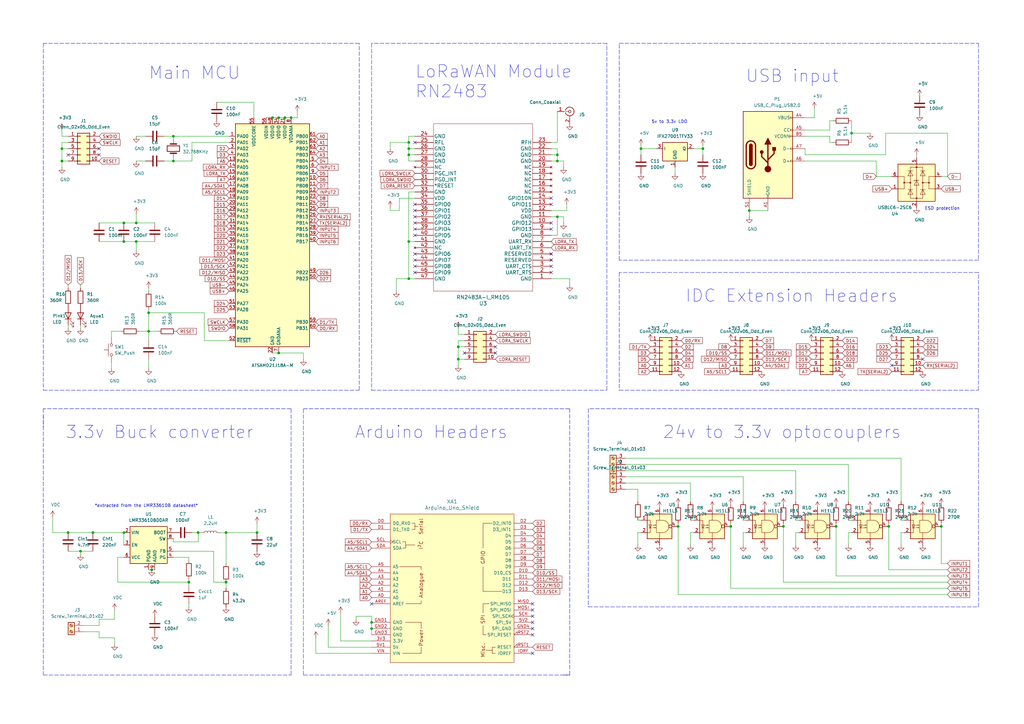
<source format=kicad_sch>
(kicad_sch (version 20210126) (generator eeschema)
  (paper "A3")
  (title_block (title "Logger Zero") (date "2021-02-17") (rev "1.0") (company "Workshop11") (comment 1 "Author: Dylan Missuwe"))
  (junction (at 25.4 60.96) (diameter 0.9144))
  (junction (at 25.4 66.04) (diameter 0.9144))
  (junction (at 27.94 218.44) (diameter 0.9144))
  (junction (at 33.02 226.06) (diameter 0.9144))
  (junction (at 38.1 218.44) (diameter 0.9144))
  (junction (at 50.8 91.44) (diameter 0.9144))
  (junction (at 50.8 99.06) (diameter 0.9144))
  (junction (at 50.8 218.44) (diameter 0.9144))
  (junction (at 55.88 91.44) (diameter 0.9144))
  (junction (at 55.88 99.06) (diameter 0.9144))
  (junction (at 60.96 128.27) (diameter 0.9144))
  (junction (at 60.96 135.89) (diameter 0.9144))
  (junction (at 62.23 233.68) (diameter 0.9144))
  (junction (at 71.12 55.88) (diameter 0.9144))
  (junction (at 71.12 66.04) (diameter 0.9144))
  (junction (at 77.47 238.76) (diameter 0.9144))
  (junction (at 81.28 218.44) (diameter 0.9144))
  (junction (at 92.71 218.44) (diameter 0.9144))
  (junction (at 92.71 238.76) (diameter 0.9144))
  (junction (at 105.41 218.44) (diameter 0.9144))
  (junction (at 111.76 48.26) (diameter 0.9144))
  (junction (at 114.3 48.26) (diameter 0.9144))
  (junction (at 114.3 144.78) (diameter 0.9144))
  (junction (at 116.84 48.26) (diameter 0.9144))
  (junction (at 119.38 48.26) (diameter 0.9144))
  (junction (at 152.4 255.27) (diameter 0.9144))
  (junction (at 152.4 257.81) (diameter 0.9144))
  (junction (at 167.64 58.42) (diameter 0.9144))
  (junction (at 167.64 60.96) (diameter 0.9144))
  (junction (at 167.64 63.5) (diameter 0.9144))
  (junction (at 167.64 99.06) (diameter 0.9144))
  (junction (at 167.64 114.3) (diameter 0.9144))
  (junction (at 187.96 142.24) (diameter 0.9144))
  (junction (at 187.96 147.32) (diameter 0.9144))
  (junction (at 228.6 63.5) (diameter 0.9144))
  (junction (at 228.6 66.04) (diameter 0.9144))
  (junction (at 228.6 88.9) (diameter 0.9144))
  (junction (at 262.89 60.96) (diameter 0.9144))
  (junction (at 278.13 215.9) (diameter 0.9144))
  (junction (at 288.29 60.96) (diameter 0.9144))
  (junction (at 299.72 215.9) (diameter 0.9144))
  (junction (at 307.34 86.36) (diameter 0.9144))
  (junction (at 321.31 215.9) (diameter 0.9144))
  (junction (at 342.9 215.9) (diameter 0.9144))
  (junction (at 349.25 54.61) (diameter 0.9144))
  (junction (at 364.49 215.9) (diameter 0.9144))
  (junction (at 386.08 215.9) (diameter 0.9144))
  (no_connect (at 27.94 63.5))
  (no_connect (at 40.64 60.96))
  (no_connect (at 40.64 63.5))
  (no_connect (at 152.4 247.65))
  (no_connect (at 170.18 58.42))
  (no_connect (at 170.18 83.82))
  (no_connect (at 170.18 86.36))
  (no_connect (at 170.18 88.9))
  (no_connect (at 170.18 91.44))
  (no_connect (at 170.18 93.98))
  (no_connect (at 170.18 96.52))
  (no_connect (at 170.18 104.14))
  (no_connect (at 170.18 106.68))
  (no_connect (at 170.18 109.22))
  (no_connect (at 170.18 111.76))
  (no_connect (at 190.5 144.78))
  (no_connect (at 203.2 142.24))
  (no_connect (at 203.2 144.78))
  (no_connect (at 218.44 247.65))
  (no_connect (at 218.44 250.19))
  (no_connect (at 218.44 252.73))
  (no_connect (at 218.44 255.27))
  (no_connect (at 218.44 257.81))
  (no_connect (at 218.44 260.35))
  (no_connect (at 218.44 267.97))
  (no_connect (at 226.06 81.28))
  (no_connect (at 226.06 83.82))
  (no_connect (at 226.06 91.44))
  (no_connect (at 226.06 93.98))
  (no_connect (at 226.06 104.14))
  (no_connect (at 226.06 106.68))
  (no_connect (at 226.06 109.22))
  (no_connect (at 226.06 111.76))
  (no_connect (at 365.76 149.86))
  (no_connect (at 378.46 147.32))
  (wire (pts (xy 21.59 212.09) (xy 21.59 218.44)))
  (wire (pts (xy 21.59 218.44) (xy 27.94 218.44)))
  (wire (pts (xy 25.4 53.34) (xy 25.4 55.88)))
  (wire (pts (xy 25.4 55.88) (xy 27.94 55.88)))
  (wire (pts (xy 25.4 58.42) (xy 27.94 58.42)))
  (wire (pts (xy 25.4 60.96) (xy 25.4 58.42)))
  (wire (pts (xy 25.4 60.96) (xy 27.94 60.96)))
  (wire (pts (xy 25.4 66.04) (xy 25.4 60.96)))
  (wire (pts (xy 25.4 66.04) (xy 27.94 66.04)))
  (wire (pts (xy 25.4 68.58) (xy 25.4 66.04)))
  (wire (pts (xy 27.94 116.84) (xy 27.94 118.11)))
  (wire (pts (xy 27.94 133.35) (xy 27.94 134.62)))
  (wire (pts (xy 27.94 218.44) (xy 38.1 218.44)))
  (wire (pts (xy 27.94 226.06) (xy 33.02 226.06)))
  (wire (pts (xy 33.02 116.84) (xy 33.02 118.11)))
  (wire (pts (xy 33.02 133.35) (xy 33.02 134.62)))
  (wire (pts (xy 33.02 226.06) (xy 33.02 227.33)))
  (wire (pts (xy 33.02 226.06) (xy 38.1 226.06)))
  (wire (pts (xy 34.29 256.54) (xy 40.64 256.54)))
  (wire (pts (xy 38.1 218.44) (xy 50.8 218.44)))
  (wire (pts (xy 40.64 91.44) (xy 50.8 91.44)))
  (wire (pts (xy 40.64 99.06) (xy 50.8 99.06)))
  (wire (pts (xy 40.64 254) (xy 46.99 254)))
  (wire (pts (xy 40.64 256.54) (xy 40.64 254)))
  (wire (pts (xy 40.64 259.08) (xy 34.29 259.08)))
  (wire (pts (xy 40.64 261.62) (xy 40.64 259.08)))
  (wire (pts (xy 45.72 135.89) (xy 45.72 138.43)))
  (wire (pts (xy 45.72 148.59) (xy 45.72 151.13)))
  (wire (pts (xy 46.99 250.19) (xy 46.99 254)))
  (wire (pts (xy 46.99 261.62) (xy 40.64 261.62)))
  (wire (pts (xy 46.99 261.62) (xy 46.99 264.16)))
  (wire (pts (xy 48.26 228.6) (xy 50.8 228.6)))
  (wire (pts (xy 48.26 238.76) (xy 48.26 228.6)))
  (wire (pts (xy 49.53 135.89) (xy 45.72 135.89)))
  (wire (pts (xy 50.8 91.44) (xy 55.88 91.44)))
  (wire (pts (xy 50.8 99.06) (xy 55.88 99.06)))
  (wire (pts (xy 50.8 218.44) (xy 50.8 223.52)))
  (wire (pts (xy 55.88 55.88) (xy 59.69 55.88)))
  (wire (pts (xy 55.88 66.04) (xy 59.69 66.04)))
  (wire (pts (xy 55.88 87.63) (xy 55.88 91.44)))
  (wire (pts (xy 55.88 91.44) (xy 63.5 91.44)))
  (wire (pts (xy 55.88 99.06) (xy 55.88 102.87)))
  (wire (pts (xy 55.88 99.06) (xy 63.5 99.06)))
  (wire (pts (xy 57.15 135.89) (xy 60.96 135.89)))
  (wire (pts (xy 60.96 118.11) (xy 60.96 119.38)))
  (wire (pts (xy 60.96 127) (xy 60.96 128.27)))
  (wire (pts (xy 60.96 128.27) (xy 60.96 135.89)))
  (wire (pts (xy 60.96 128.27) (xy 83.82 128.27)))
  (wire (pts (xy 60.96 135.89) (xy 60.96 139.7)))
  (wire (pts (xy 60.96 135.89) (xy 64.77 135.89)))
  (wire (pts (xy 60.96 147.32) (xy 60.96 151.13)))
  (wire (pts (xy 60.96 233.68) (xy 62.23 233.68)))
  (wire (pts (xy 62.23 233.68) (xy 63.5 233.68)))
  (wire (pts (xy 67.31 55.88) (xy 71.12 55.88)))
  (wire (pts (xy 67.31 66.04) (xy 71.12 66.04)))
  (wire (pts (xy 71.12 55.88) (xy 71.12 57.15)))
  (wire (pts (xy 71.12 55.88) (xy 93.98 55.88)))
  (wire (pts (xy 71.12 66.04) (xy 71.12 64.77)))
  (wire (pts (xy 71.12 220.98) (xy 71.12 222.25)))
  (wire (pts (xy 71.12 222.25) (xy 81.28 222.25)))
  (wire (pts (xy 77.47 228.6) (xy 71.12 228.6)))
  (wire (pts (xy 77.47 229.87) (xy 77.47 228.6)))
  (wire (pts (xy 77.47 237.49) (xy 77.47 238.76)))
  (wire (pts (xy 77.47 238.76) (xy 48.26 238.76)))
  (wire (pts (xy 77.47 238.76) (xy 77.47 240.03)))
  (wire (pts (xy 77.47 247.65) (xy 77.47 248.92)))
  (wire (pts (xy 78.74 58.42) (xy 78.74 66.04)))
  (wire (pts (xy 78.74 58.42) (xy 93.98 58.42)))
  (wire (pts (xy 78.74 66.04) (xy 71.12 66.04)))
  (wire (pts (xy 78.74 218.44) (xy 81.28 218.44)))
  (wire (pts (xy 81.28 218.44) (xy 82.55 218.44)))
  (wire (pts (xy 81.28 222.25) (xy 81.28 218.44)))
  (wire (pts (xy 83.82 128.27) (xy 83.82 139.7)))
  (wire (pts (xy 87.63 226.06) (xy 71.12 226.06)))
  (wire (pts (xy 87.63 238.76) (xy 87.63 226.06)))
  (wire (pts (xy 87.63 238.76) (xy 92.71 238.76)))
  (wire (pts (xy 88.9 41.91) (xy 104.14 41.91)))
  (wire (pts (xy 90.17 218.44) (xy 92.71 218.44)))
  (wire (pts (xy 92.71 218.44) (xy 92.71 231.14)))
  (wire (pts (xy 92.71 218.44) (xy 105.41 218.44)))
  (wire (pts (xy 92.71 238.76) (xy 92.71 241.3)))
  (wire (pts (xy 93.98 139.7) (xy 83.82 139.7)))
  (wire (pts (xy 104.14 41.91) (xy 104.14 48.26)))
  (wire (pts (xy 105.41 214.63) (xy 105.41 218.44)))
  (wire (pts (xy 109.22 48.26) (xy 111.76 48.26)))
  (wire (pts (xy 111.76 48.26) (xy 114.3 48.26)))
  (wire (pts (xy 111.76 144.78) (xy 114.3 144.78)))
  (wire (pts (xy 114.3 48.26) (xy 116.84 48.26)))
  (wire (pts (xy 114.3 144.78) (xy 124.46 144.78)))
  (wire (pts (xy 116.84 48.26) (xy 119.38 48.26)))
  (wire (pts (xy 121.92 45.72) (xy 121.92 48.26)))
  (wire (pts (xy 121.92 48.26) (xy 119.38 48.26)))
  (wire (pts (xy 124.46 144.78) (xy 124.46 147.32)))
  (wire (pts (xy 129.54 267.97) (xy 129.54 261.62)))
  (wire (pts (xy 134.62 265.43) (xy 134.62 256.54)))
  (wire (pts (xy 139.7 262.89) (xy 139.7 251.46)))
  (wire (pts (xy 146.05 252.73) (xy 146.05 254)))
  (wire (pts (xy 146.05 252.73) (xy 152.4 252.73)))
  (wire (pts (xy 152.4 255.27) (xy 152.4 252.73)))
  (wire (pts (xy 152.4 255.27) (xy 152.4 257.81)))
  (wire (pts (xy 152.4 257.81) (xy 152.4 260.35)))
  (wire (pts (xy 152.4 262.89) (xy 139.7 262.89)))
  (wire (pts (xy 152.4 265.43) (xy 134.62 265.43)))
  (wire (pts (xy 152.4 267.97) (xy 129.54 267.97)))
  (wire (pts (xy 160.02 58.42) (xy 160.02 60.96)))
  (wire (pts (xy 160.02 85.09) (xy 160.02 86.36)))
  (wire (pts (xy 160.02 86.36) (xy 163.83 86.36)))
  (wire (pts (xy 162.56 114.3) (xy 162.56 119.38)))
  (wire (pts (xy 163.83 81.28) (xy 170.18 81.28)))
  (wire (pts (xy 163.83 86.36) (xy 163.83 81.28)))
  (wire (pts (xy 167.64 55.88) (xy 167.64 58.42)))
  (wire (pts (xy 167.64 58.42) (xy 160.02 58.42)))
  (wire (pts (xy 167.64 58.42) (xy 167.64 60.96)))
  (wire (pts (xy 167.64 60.96) (xy 167.64 63.5)))
  (wire (pts (xy 167.64 60.96) (xy 170.18 60.96)))
  (wire (pts (xy 167.64 63.5) (xy 167.64 66.04)))
  (wire (pts (xy 167.64 63.5) (xy 170.18 63.5)))
  (wire (pts (xy 167.64 66.04) (xy 170.18 66.04)))
  (wire (pts (xy 167.64 78.74) (xy 167.64 99.06)))
  (wire (pts (xy 167.64 99.06) (xy 167.64 114.3)))
  (wire (pts (xy 167.64 99.06) (xy 170.18 99.06)))
  (wire (pts (xy 167.64 114.3) (xy 162.56 114.3)))
  (wire (pts (xy 170.18 55.88) (xy 167.64 55.88)))
  (wire (pts (xy 170.18 78.74) (xy 167.64 78.74)))
  (wire (pts (xy 170.18 114.3) (xy 167.64 114.3)))
  (wire (pts (xy 187.96 134.62) (xy 187.96 137.16)))
  (wire (pts (xy 187.96 137.16) (xy 190.5 137.16)))
  (wire (pts (xy 187.96 139.7) (xy 190.5 139.7)))
  (wire (pts (xy 187.96 142.24) (xy 187.96 139.7)))
  (wire (pts (xy 187.96 142.24) (xy 190.5 142.24)))
  (wire (pts (xy 187.96 147.32) (xy 187.96 142.24)))
  (wire (pts (xy 187.96 147.32) (xy 190.5 147.32)))
  (wire (pts (xy 187.96 149.86) (xy 187.96 147.32)))
  (wire (pts (xy 226.06 60.96) (xy 228.6 60.96)))
  (wire (pts (xy 226.06 63.5) (xy 228.6 63.5)))
  (wire (pts (xy 226.06 66.04) (xy 228.6 66.04)))
  (wire (pts (xy 226.06 86.36) (xy 232.41 86.36)))
  (wire (pts (xy 226.06 88.9) (xy 228.6 88.9)))
  (wire (pts (xy 226.06 96.52) (xy 228.6 96.52)))
  (wire (pts (xy 226.06 114.3) (xy 233.68 114.3)))
  (wire (pts (xy 228.6 45.72) (xy 228.6 58.42)))
  (wire (pts (xy 228.6 58.42) (xy 226.06 58.42)))
  (wire (pts (xy 228.6 60.96) (xy 228.6 63.5)))
  (wire (pts (xy 228.6 63.5) (xy 228.6 66.04)))
  (wire (pts (xy 228.6 66.04) (xy 231.14 66.04)))
  (wire (pts (xy 228.6 88.9) (xy 231.14 88.9)))
  (wire (pts (xy 228.6 96.52) (xy 228.6 88.9)))
  (wire (pts (xy 231.14 66.04) (xy 231.14 68.58)))
  (wire (pts (xy 231.14 88.9) (xy 231.14 91.44)))
  (wire (pts (xy 232.41 83.82) (xy 232.41 86.36)))
  (wire (pts (xy 233.68 114.3) (xy 233.68 116.84)))
  (wire (pts (xy 256.54 187.96) (xy 369.57 187.96)))
  (wire (pts (xy 256.54 190.5) (xy 347.98 190.5)))
  (wire (pts (xy 256.54 193.04) (xy 326.39 193.04)))
  (wire (pts (xy 256.54 195.58) (xy 304.8 195.58)))
  (wire (pts (xy 256.54 198.12) (xy 283.21 198.12)))
  (wire (pts (xy 256.54 200.66) (xy 261.62 200.66)))
  (wire (pts (xy 261.62 200.66) (xy 261.62 205.74)))
  (wire (pts (xy 261.62 213.36) (xy 262.89 213.36)))
  (wire (pts (xy 261.62 218.44) (xy 262.89 218.44)))
  (wire (pts (xy 261.62 223.52) (xy 261.62 218.44)))
  (wire (pts (xy 262.89 60.96) (xy 262.89 59.69)))
  (wire (pts (xy 262.89 60.96) (xy 262.89 63.5)))
  (wire (pts (xy 269.24 60.96) (xy 262.89 60.96)))
  (wire (pts (xy 276.86 68.58) (xy 276.86 71.12)))
  (wire (pts (xy 278.13 214.63) (xy 278.13 215.9)))
  (wire (pts (xy 278.13 215.9) (xy 278.13 243.84)))
  (wire (pts (xy 283.21 198.12) (xy 283.21 205.74)))
  (wire (pts (xy 283.21 213.36) (xy 284.48 213.36)))
  (wire (pts (xy 283.21 218.44) (xy 284.48 218.44)))
  (wire (pts (xy 283.21 223.52) (xy 283.21 218.44)))
  (wire (pts (xy 288.29 59.69) (xy 288.29 60.96)))
  (wire (pts (xy 288.29 60.96) (xy 284.48 60.96)))
  (wire (pts (xy 288.29 60.96) (xy 288.29 63.5)))
  (wire (pts (xy 299.72 214.63) (xy 299.72 215.9)))
  (wire (pts (xy 299.72 215.9) (xy 299.72 241.3)))
  (wire (pts (xy 304.8 195.58) (xy 304.8 205.74)))
  (wire (pts (xy 304.8 213.36) (xy 306.07 213.36)))
  (wire (pts (xy 304.8 218.44) (xy 306.07 218.44)))
  (wire (pts (xy 304.8 223.52) (xy 304.8 218.44)))
  (wire (pts (xy 307.34 86.36) (xy 307.34 88.9)))
  (wire (pts (xy 307.34 86.36) (xy 314.96 86.36)))
  (wire (pts (xy 321.31 214.63) (xy 321.31 215.9)))
  (wire (pts (xy 321.31 215.9) (xy 321.31 238.76)))
  (wire (pts (xy 326.39 193.04) (xy 326.39 205.74)))
  (wire (pts (xy 326.39 213.36) (xy 327.66 213.36)))
  (wire (pts (xy 326.39 218.44) (xy 327.66 218.44)))
  (wire (pts (xy 326.39 223.52) (xy 326.39 218.44)))
  (wire (pts (xy 330.2 48.26) (xy 334.01 48.26)))
  (wire (pts (xy 330.2 53.34) (xy 340.36 53.34)))
  (wire (pts (xy 330.2 55.88) (xy 340.36 55.88)))
  (wire (pts (xy 330.2 60.96) (xy 330.2 63.5)))
  (wire (pts (xy 330.2 63.5) (xy 363.22 63.5)))
  (wire (pts (xy 330.2 66.04) (xy 359.41 66.04)))
  (wire (pts (xy 334.01 44.45) (xy 334.01 48.26)))
  (wire (pts (xy 340.36 49.53) (xy 341.63 49.53)))
  (wire (pts (xy 340.36 53.34) (xy 340.36 49.53)))
  (wire (pts (xy 340.36 55.88) (xy 340.36 58.42)))
  (wire (pts (xy 340.36 58.42) (xy 341.63 58.42)))
  (wire (pts (xy 342.9 214.63) (xy 342.9 215.9)))
  (wire (pts (xy 342.9 215.9) (xy 342.9 236.22)))
  (wire (pts (xy 347.98 190.5) (xy 347.98 205.74)))
  (wire (pts (xy 347.98 213.36) (xy 349.25 213.36)))
  (wire (pts (xy 347.98 218.44) (xy 349.25 218.44)))
  (wire (pts (xy 347.98 223.52) (xy 347.98 218.44)))
  (wire (pts (xy 349.25 49.53) (xy 349.25 54.61)))
  (wire (pts (xy 349.25 54.61) (xy 349.25 58.42)))
  (wire (pts (xy 349.25 54.61) (xy 356.87 54.61)))
  (wire (pts (xy 359.41 72.39) (xy 359.41 66.04)))
  (wire (pts (xy 363.22 54.61) (xy 363.22 63.5)))
  (wire (pts (xy 364.49 214.63) (xy 364.49 215.9)))
  (wire (pts (xy 364.49 215.9) (xy 364.49 233.68)))
  (wire (pts (xy 365.76 72.39) (xy 359.41 72.39)))
  (wire (pts (xy 369.57 187.96) (xy 369.57 205.74)))
  (wire (pts (xy 369.57 213.36) (xy 370.84 213.36)))
  (wire (pts (xy 369.57 218.44) (xy 370.84 218.44)))
  (wire (pts (xy 369.57 223.52) (xy 369.57 218.44)))
  (wire (pts (xy 375.92 63.5) (xy 375.92 64.77)))
  (wire (pts (xy 386.08 214.63) (xy 386.08 215.9)))
  (wire (pts (xy 386.08 215.9) (xy 386.08 231.14)))
  (wire (pts (xy 386.08 231.14) (xy 388.62 231.14)))
  (wire (pts (xy 388.62 54.61) (xy 363.22 54.61)))
  (wire (pts (xy 388.62 72.39) (xy 386.08 72.39)))
  (wire (pts (xy 388.62 72.39) (xy 388.62 54.61)))
  (wire (pts (xy 388.62 233.68) (xy 364.49 233.68)))
  (wire (pts (xy 388.62 236.22) (xy 342.9 236.22)))
  (wire (pts (xy 388.62 238.76) (xy 321.31 238.76)))
  (wire (pts (xy 388.62 241.3) (xy 299.72 241.3)))
  (wire (pts (xy 388.62 243.84) (xy 278.13 243.84)))
  (polyline (pts (xy 17.78 17.78) (xy 17.78 160.02)) (stroke (width 0) (type dash)))
  (polyline (pts (xy 17.78 160.02) (xy 147.32 160.02)) (stroke (width 0) (type dash)))
  (polyline (pts (xy 17.78 167.64) (xy 17.78 175.26)) (stroke (width 0) (type dash)))
  (polyline (pts (xy 17.78 170.18) (xy 17.78 276.86)) (stroke (width 0) (type dash)))
  (polyline (pts (xy 17.78 276.86) (xy 119.38 276.86)) (stroke (width 0) (type dash)))
  (polyline (pts (xy 119.38 167.64) (xy 17.78 167.64)) (stroke (width 0) (type dash)))
  (polyline (pts (xy 119.38 276.86) (xy 119.38 167.64)) (stroke (width 0) (type dash)))
  (polyline (pts (xy 124.46 167.64) (xy 233.68 167.64)) (stroke (width 0) (type dash)))
  (polyline (pts (xy 124.46 276.86) (xy 124.46 167.64)) (stroke (width 0) (type dash)))
  (polyline (pts (xy 147.32 17.78) (xy 17.78 17.78)) (stroke (width 0) (type dash)))
  (polyline (pts (xy 147.32 160.02) (xy 147.32 17.78)) (stroke (width 0) (type dash)))
  (polyline (pts (xy 152.4 17.78) (xy 152.4 160.02)) (stroke (width 0) (type dash)))
  (polyline (pts (xy 152.4 160.02) (xy 248.92 160.02)) (stroke (width 0) (type dash)))
  (polyline (pts (xy 231.14 276.86) (xy 233.68 276.86)) (stroke (width 0) (type dash)))
  (polyline (pts (xy 233.68 167.64) (xy 233.68 276.86)) (stroke (width 0) (type dash)))
  (polyline (pts (xy 233.68 276.86) (xy 124.46 276.86)) (stroke (width 0) (type dash)))
  (polyline (pts (xy 241.3 167.64) (xy 241.3 172.72)) (stroke (width 0) (type dash)))
  (polyline (pts (xy 241.3 172.72) (xy 241.3 177.8)) (stroke (width 0) (type dash)))
  (polyline (pts (xy 241.3 177.8) (xy 241.3 248.92)) (stroke (width 0) (type dash)))
  (polyline (pts (xy 241.3 248.92) (xy 401.32 248.92)) (stroke (width 0) (type dash)))
  (polyline (pts (xy 248.92 17.78) (xy 152.4 17.78)) (stroke (width 0) (type dash)))
  (polyline (pts (xy 248.92 160.02) (xy 248.92 17.78)) (stroke (width 0) (type dash)))
  (polyline (pts (xy 254 17.78) (xy 401.32 17.78)) (stroke (width 0) (type dash)))
  (polyline (pts (xy 254 106.68) (xy 254 17.78)) (stroke (width 0) (type dash)))
  (polyline (pts (xy 254 111.76) (xy 254 160.02)) (stroke (width 0) (type dash)))
  (polyline (pts (xy 254 160.02) (xy 401.32 160.02)) (stroke (width 0) (type dash)))
  (polyline (pts (xy 401.32 17.78) (xy 401.32 106.68)) (stroke (width 0) (type dash)))
  (polyline (pts (xy 401.32 106.68) (xy 254 106.68)) (stroke (width 0) (type dash)))
  (polyline (pts (xy 401.32 111.76) (xy 254 111.76)) (stroke (width 0) (type dash)))
  (polyline (pts (xy 401.32 160.02) (xy 401.32 111.76)) (stroke (width 0) (type dash)))
  (polyline (pts (xy 401.32 167.64) (xy 241.3 167.64)) (stroke (width 0) (type dash)))
  (polyline (pts (xy 401.32 167.64) (xy 401.32 172.72)) (stroke (width 0) (type dash)))
  (polyline (pts (xy 401.32 248.92) (xy 401.32 172.72)) (stroke (width 0) (type dash)))
  (text "Main MCU" (at 60.96 33.02 0) (effects (font (size 5.08 5.08)) (justify left bottom)))
  (text "*extracted from the LMR33610B datasheet*" (at 81.28 208.28 180) (effects (font (size 1.27 1.27)) (justify right bottom)))
  (text "3.3v Buck converter" (at 104.14 180.34 180) (effects (font (size 5.08 5.08)) (justify right bottom)))
  (text "LoRaWAN Module\nRN2483" (at 170.18 40.64 0) (effects (font (size 5.08 5.08)) (justify left bottom)))
  (text "Arduino Headers" (at 208.28 180.34 180) (effects (font (size 5.08 5.08)) (justify right bottom)))
  (text "24v to 3.3v optocouplers" (at 271.78 180.34 0) (effects (font (size 5.08 5.08)) (justify left bottom)))
  (text "5v to 3.3v LDO" (at 281.94 50.8 180) (effects (font (size 1.27 1.27)) (justify right bottom)))
  (text "USB input" (at 344.17 34.29 180) (effects (font (size 5.08 5.08)) (justify right bottom)))
  (text "IDC Extension Headers" (at 368.3 124.46 180) (effects (font (size 5.08 5.08)) (justify right bottom)))
  (text "ESD protection" (at 393.7 86.36 180) (effects (font (size 1.27 1.27)) (justify right bottom)))
  (global_label "D12{slash}MISO" (shape input) (at 27.94 116.84 90) (property "Intersheet References" "${INTERSHEET_REFS}" (effects hide)))
  (global_label "D13{slash}SCK" (shape input) (at 33.02 116.84 90) (property "Intersheet References" "${INTERSHEET_REFS}" (effects hide)))
  (global_label "SWDIO" (shape input) (at 40.64 55.88 0) (property "Intersheet References" "${INTERSHEET_REFS}" (effects hide)))
  (global_label "SWCLK" (shape input) (at 40.64 58.42 0) (property "Intersheet References" "${INTERSHEET_REFS}" (effects hide)))
  (global_label "RESET" (shape input) (at 40.64 66.04 0) (property "Intersheet References" "${INTERSHEET_REFS}" (effects hide)))
  (global_label "RESET" (shape input) (at 72.39 135.89 0) (property "Intersheet References" "${INTERSHEET_REFS}" (effects hide)))
  (global_label "D2" (shape input) (at 93.98 60.96 180) (property "Intersheet References" "${INTERSHEET_REFS}" (effects hide)))
  (global_label "D3" (shape input) (at 93.98 63.5 180) (property "Intersheet References" "${INTERSHEET_REFS}" (effects hide)))
  (global_label "A6" (shape input) (at 93.98 66.04 180) (property "Intersheet References" "${INTERSHEET_REFS}" (effects hide)))
  (global_label "LORA_RX" (shape input) (at 93.98 68.58 180) (property "Intersheet References" "${INTERSHEET_REFS}" (effects hide)))
  (global_label "LORA_TX" (shape input) (at 93.98 71.12 180) (property "Intersheet References" "${INTERSHEET_REFS}" (effects hide)))
  (global_label "A7" (shape input) (at 93.98 73.66 180) (property "Intersheet References" "${INTERSHEET_REFS}" (effects hide)))
  (global_label "A4{slash}SDA1" (shape input) (at 93.98 76.2 180) (property "Intersheet References" "${INTERSHEET_REFS}" (effects hide)))
  (global_label "A5{slash}SCL1" (shape input) (at 93.98 78.74 180) (property "Intersheet References" "${INTERSHEET_REFS}" (effects hide)))
  (global_label "D14" (shape input) (at 93.98 81.28 180) (property "Intersheet References" "${INTERSHEET_REFS}" (effects hide)))
  (global_label "D15" (shape input) (at 93.98 83.82 180) (property "Intersheet References" "${INTERSHEET_REFS}" (effects hide)))
  (global_label "D16" (shape input) (at 93.98 86.36 180) (property "Intersheet References" "${INTERSHEET_REFS}" (effects hide)))
  (global_label "D17" (shape input) (at 93.98 88.9 180) (property "Intersheet References" "${INTERSHEET_REFS}" (effects hide)))
  (global_label "D18" (shape input) (at 93.98 91.44 180) (property "Intersheet References" "${INTERSHEET_REFS}" (effects hide)))
  (global_label "D19" (shape input) (at 93.98 93.98 180) (property "Intersheet References" "${INTERSHEET_REFS}" (effects hide)))
  (global_label "D20" (shape input) (at 93.98 96.52 180) (property "Intersheet References" "${INTERSHEET_REFS}" (effects hide)))
  (global_label "D21" (shape input) (at 93.98 99.06 180) (property "Intersheet References" "${INTERSHEET_REFS}" (effects hide)))
  (global_label "D22" (shape input) (at 93.98 101.6 180) (property "Intersheet References" "${INTERSHEET_REFS}" (effects hide)))
  (global_label "D23" (shape input) (at 93.98 104.14 180) (property "Intersheet References" "${INTERSHEET_REFS}" (effects hide)))
  (global_label "D11{slash}MOSI" (shape input) (at 93.98 106.68 180) (property "Intersheet References" "${INTERSHEET_REFS}" (effects hide)))
  (global_label "D13{slash}SCK" (shape input) (at 93.98 109.22 180) (property "Intersheet References" "${INTERSHEET_REFS}" (effects hide)))
  (global_label "D12{slash}MISO" (shape input) (at 93.98 111.76 180) (property "Intersheet References" "${INTERSHEET_REFS}" (effects hide)))
  (global_label "D10{slash}SS" (shape input) (at 93.98 114.3 180) (property "Intersheet References" "${INTERSHEET_REFS}" (effects hide)))
  (global_label "USB-" (shape input) (at 93.98 116.84 180) (property "Intersheet References" "${INTERSHEET_REFS}" (effects hide)))
  (global_label "USB+" (shape input) (at 93.98 119.38 180) (property "Intersheet References" "${INTERSHEET_REFS}" (effects hide)))
  (global_label "D24" (shape input) (at 93.98 124.46 180) (property "Intersheet References" "${INTERSHEET_REFS}" (effects hide)))
  (global_label "D25" (shape input) (at 93.98 127 180) (property "Intersheet References" "${INTERSHEET_REFS}" (effects hide)))
  (global_label "SWCLK" (shape input) (at 93.98 132.08 180) (property "Intersheet References" "${INTERSHEET_REFS}" (effects hide)))
  (global_label "SWDIO" (shape input) (at 93.98 134.62 180) (property "Intersheet References" "${INTERSHEET_REFS}" (effects hide)))
  (global_label "A0" (shape input) (at 129.54 55.88 0) (property "Intersheet References" "${INTERSHEET_REFS}" (effects hide)))
  (global_label "A1" (shape input) (at 129.54 58.42 0) (property "Intersheet References" "${INTERSHEET_REFS}" (effects hide)))
  (global_label "A2" (shape input) (at 129.54 60.96 0) (property "Intersheet References" "${INTERSHEET_REFS}" (effects hide)))
  (global_label "A3" (shape input) (at 129.54 63.5 0) (property "Intersheet References" "${INTERSHEET_REFS}" (effects hide)))
  (global_label "D4" (shape input) (at 129.54 66.04 0) (property "Intersheet References" "${INTERSHEET_REFS}" (effects hide)))
  (global_label "INPUT1" (shape input) (at 129.54 68.58 0) (property "Intersheet References" "${INTERSHEET_REFS}" (effects hide)))
  (global_label "D5" (shape input) (at 129.54 71.12 0) (property "Intersheet References" "${INTERSHEET_REFS}" (effects hide)))
  (global_label "D6" (shape input) (at 129.54 73.66 0) (property "Intersheet References" "${INTERSHEET_REFS}" (effects hide)))
  (global_label "D7" (shape input) (at 129.54 76.2 0) (property "Intersheet References" "${INTERSHEET_REFS}" (effects hide)))
  (global_label "INPUT2" (shape input) (at 129.54 78.74 0) (property "Intersheet References" "${INTERSHEET_REFS}" (effects hide)))
  (global_label "D8" (shape input) (at 129.54 81.28 0) (property "Intersheet References" "${INTERSHEET_REFS}" (effects hide)))
  (global_label "D9" (shape input) (at 129.54 83.82 0) (property "Intersheet References" "${INTERSHEET_REFS}" (effects hide)))
  (global_label "INPUT3" (shape input) (at 129.54 86.36 0) (property "Intersheet References" "${INTERSHEET_REFS}" (effects hide)))
  (global_label "RX(SERIAL2)" (shape input) (at 129.54 88.9 0) (property "Intersheet References" "${INTERSHEET_REFS}" (effects hide)))
  (global_label "TX(SERIAL2)" (shape input) (at 129.54 91.44 0) (property "Intersheet References" "${INTERSHEET_REFS}" (effects hide)))
  (global_label "INPUT4" (shape input) (at 129.54 93.98 0) (property "Intersheet References" "${INTERSHEET_REFS}" (effects hide)))
  (global_label "INPUT5" (shape input) (at 129.54 96.52 0) (property "Intersheet References" "${INTERSHEET_REFS}" (effects hide)))
  (global_label "INPUT6" (shape input) (at 129.54 99.06 0) (property "Intersheet References" "${INTERSHEET_REFS}" (effects hide)))
  (global_label "D26" (shape input) (at 129.54 111.76 0) (property "Intersheet References" "${INTERSHEET_REFS}" (effects hide)))
  (global_label "D27" (shape input) (at 129.54 114.3 0) (property "Intersheet References" "${INTERSHEET_REFS}" (effects hide)))
  (global_label "D1{slash}TX" (shape input) (at 129.54 132.08 0) (property "Intersheet References" "${INTERSHEET_REFS}" (effects hide)))
  (global_label "D0{slash}RX" (shape input) (at 129.54 134.62 0) (property "Intersheet References" "${INTERSHEET_REFS}" (effects hide)))
  (global_label "D0{slash}RX" (shape input) (at 152.4 214.63 180) (property "Intersheet References" "${INTERSHEET_REFS}" (effects hide)))
  (global_label "D1{slash}TX" (shape input) (at 152.4 217.17 180) (property "Intersheet References" "${INTERSHEET_REFS}" (effects hide)))
  (global_label "A5{slash}SCL1" (shape input) (at 152.4 222.25 180) (property "Intersheet References" "${INTERSHEET_REFS}" (effects hide)))
  (global_label "A4{slash}SDA1" (shape input) (at 152.4 224.79 180) (property "Intersheet References" "${INTERSHEET_REFS}" (effects hide)))
  (global_label "A5{slash}SCL1" (shape input) (at 152.4 232.41 180) (property "Intersheet References" "${INTERSHEET_REFS}" (effects hide)))
  (global_label "A4{slash}SDA1" (shape input) (at 152.4 234.95 180) (property "Intersheet References" "${INTERSHEET_REFS}" (effects hide)))
  (global_label "A3" (shape input) (at 152.4 237.49 180) (property "Intersheet References" "${INTERSHEET_REFS}" (effects hide)))
  (global_label "A2" (shape input) (at 152.4 240.03 180) (property "Intersheet References" "${INTERSHEET_REFS}" (effects hide)))
  (global_label "A1" (shape input) (at 152.4 242.57 180) (property "Intersheet References" "${INTERSHEET_REFS}" (effects hide)))
  (global_label "A0" (shape input) (at 152.4 245.11 180) (property "Intersheet References" "${INTERSHEET_REFS}" (effects hide)))
  (global_label "LORA_SWCLK" (shape input) (at 170.18 71.12 180) (property "Intersheet References" "${INTERSHEET_REFS}" (effects hide)))
  (global_label "LORA_SWDIO" (shape input) (at 170.18 73.66 180) (property "Intersheet References" "${INTERSHEET_REFS}" (effects hide)))
  (global_label "LORA_RESET" (shape input) (at 170.18 76.2 180) (property "Intersheet References" "${INTERSHEET_REFS}" (effects hide)))
  (global_label "LORA_SWDIO" (shape input) (at 203.2 137.16 0) (property "Intersheet References" "${INTERSHEET_REFS}" (effects hide)))
  (global_label "LORA_SWCLK" (shape input) (at 203.2 139.7 0) (property "Intersheet References" "${INTERSHEET_REFS}" (effects hide)))
  (global_label "LORA_RESET" (shape input) (at 203.2 147.32 0) (property "Intersheet References" "${INTERSHEET_REFS}" (effects hide)))
  (global_label "D2" (shape input) (at 218.44 214.63 0) (property "Intersheet References" "${INTERSHEET_REFS}" (effects hide)))
  (global_label "D3" (shape input) (at 218.44 217.17 0) (property "Intersheet References" "${INTERSHEET_REFS}" (effects hide)))
  (global_label "D4" (shape input) (at 218.44 219.71 0) (property "Intersheet References" "${INTERSHEET_REFS}" (effects hide)))
  (global_label "D5" (shape input) (at 218.44 222.25 0) (property "Intersheet References" "${INTERSHEET_REFS}" (effects hide)))
  (global_label "D6" (shape input) (at 218.44 224.79 0) (property "Intersheet References" "${INTERSHEET_REFS}" (effects hide)))
  (global_label "D7" (shape input) (at 218.44 227.33 0) (property "Intersheet References" "${INTERSHEET_REFS}" (effects hide)))
  (global_label "D8" (shape input) (at 218.44 229.87 0) (property "Intersheet References" "${INTERSHEET_REFS}" (effects hide)))
  (global_label "D9" (shape input) (at 218.44 232.41 0) (property "Intersheet References" "${INTERSHEET_REFS}" (effects hide)))
  (global_label "D10{slash}SS" (shape input) (at 218.44 234.95 0) (property "Intersheet References" "${INTERSHEET_REFS}" (effects hide)))
  (global_label "D11{slash}MOSI" (shape input) (at 218.44 237.49 0) (property "Intersheet References" "${INTERSHEET_REFS}" (effects hide)))
  (global_label "D12{slash}MISO" (shape input) (at 218.44 240.03 0) (property "Intersheet References" "${INTERSHEET_REFS}" (effects hide)))
  (global_label "D13{slash}SCK" (shape input) (at 218.44 242.57 0) (property "Intersheet References" "${INTERSHEET_REFS}" (effects hide)))
  (global_label "RESET" (shape input) (at 218.44 265.43 0) (property "Intersheet References" "${INTERSHEET_REFS}" (effects hide)))
  (global_label "LORA_TX" (shape input) (at 226.06 99.06 0) (property "Intersheet References" "${INTERSHEET_REFS}" (effects hide)))
  (global_label "LORA_RX" (shape input) (at 226.06 101.6 0) (property "Intersheet References" "${INTERSHEET_REFS}" (effects hide)))
  (global_label "D1{slash}TX" (shape input) (at 266.7 142.24 180) (property "Intersheet References" "${INTERSHEET_REFS}" (effects hide)))
  (global_label "D3" (shape input) (at 266.7 144.78 180) (property "Intersheet References" "${INTERSHEET_REFS}" (effects hide)))
  (global_label "D5" (shape input) (at 266.7 147.32 180) (property "Intersheet References" "${INTERSHEET_REFS}" (effects hide)))
  (global_label "A0" (shape input) (at 266.7 149.86 180) (property "Intersheet References" "${INTERSHEET_REFS}" (effects hide)))
  (global_label "A2" (shape input) (at 266.7 152.4 180) (property "Intersheet References" "${INTERSHEET_REFS}" (effects hide)))
  (global_label "D0{slash}RX" (shape input) (at 279.4 139.7 0) (property "Intersheet References" "${INTERSHEET_REFS}" (effects hide)))
  (global_label "D2" (shape input) (at 279.4 142.24 0) (property "Intersheet References" "${INTERSHEET_REFS}" (effects hide)))
  (global_label "D4" (shape input) (at 279.4 144.78 0) (property "Intersheet References" "${INTERSHEET_REFS}" (effects hide)))
  (global_label "D6" (shape input) (at 279.4 147.32 0) (property "Intersheet References" "${INTERSHEET_REFS}" (effects hide)))
  (global_label "A1" (shape input) (at 279.4 149.86 0) (property "Intersheet References" "${INTERSHEET_REFS}" (effects hide)))
  (global_label "D8" (shape input) (at 299.72 142.24 180) (property "Intersheet References" "${INTERSHEET_REFS}" (effects hide)))
  (global_label "D10{slash}SS" (shape input) (at 299.72 144.78 180) (property "Intersheet References" "${INTERSHEET_REFS}" (effects hide)))
  (global_label "D12{slash}MISO" (shape input) (at 299.72 147.32 180) (property "Intersheet References" "${INTERSHEET_REFS}" (effects hide)))
  (global_label "A3" (shape input) (at 299.72 149.86 180) (property "Intersheet References" "${INTERSHEET_REFS}" (effects hide)))
  (global_label "A5{slash}SCL1" (shape input) (at 299.72 152.4 180) (property "Intersheet References" "${INTERSHEET_REFS}" (effects hide)))
  (global_label "D7" (shape input) (at 312.42 139.7 0) (property "Intersheet References" "${INTERSHEET_REFS}" (effects hide)))
  (global_label "D9" (shape input) (at 312.42 142.24 0) (property "Intersheet References" "${INTERSHEET_REFS}" (effects hide)))
  (global_label "D11{slash}MOSI" (shape input) (at 312.42 144.78 0) (property "Intersheet References" "${INTERSHEET_REFS}" (effects hide)))
  (global_label "D13{slash}SCK" (shape input) (at 312.42 147.32 0) (property "Intersheet References" "${INTERSHEET_REFS}" (effects hide)))
  (global_label "A4{slash}SDA1" (shape input) (at 312.42 149.86 0) (property "Intersheet References" "${INTERSHEET_REFS}" (effects hide)))
  (global_label "D15" (shape input) (at 332.74 142.24 180) (property "Intersheet References" "${INTERSHEET_REFS}" (effects hide)))
  (global_label "D17" (shape input) (at 332.74 144.78 180) (property "Intersheet References" "${INTERSHEET_REFS}" (effects hide)))
  (global_label "D19" (shape input) (at 332.74 147.32 180) (property "Intersheet References" "${INTERSHEET_REFS}" (effects hide)))
  (global_label "D21" (shape input) (at 332.74 149.86 180) (property "Intersheet References" "${INTERSHEET_REFS}" (effects hide)))
  (global_label "A7" (shape input) (at 332.74 152.4 180) (property "Intersheet References" "${INTERSHEET_REFS}" (effects hide)))
  (global_label "D14" (shape input) (at 345.44 139.7 0) (property "Intersheet References" "${INTERSHEET_REFS}" (effects hide)))
  (global_label "D16" (shape input) (at 345.44 142.24 0) (property "Intersheet References" "${INTERSHEET_REFS}" (effects hide)))
  (global_label "D18" (shape input) (at 345.44 144.78 0) (property "Intersheet References" "${INTERSHEET_REFS}" (effects hide)))
  (global_label "D20" (shape input) (at 345.44 147.32 0) (property "Intersheet References" "${INTERSHEET_REFS}" (effects hide)))
  (global_label "A6" (shape input) (at 345.44 149.86 0) (property "Intersheet References" "${INTERSHEET_REFS}" (effects hide)))
  (global_label "D+" (shape input) (at 359.41 72.39 180) (property "Intersheet References" "${INTERSHEET_REFS}" (effects hide)))
  (global_label "USB+" (shape input) (at 365.76 77.47 180) (property "Intersheet References" "${INTERSHEET_REFS}" (effects hide)))
  (global_label "D23" (shape input) (at 365.76 142.24 180) (property "Intersheet References" "${INTERSHEET_REFS}" (effects hide)))
  (global_label "D25" (shape input) (at 365.76 144.78 180) (property "Intersheet References" "${INTERSHEET_REFS}" (effects hide)))
  (global_label "D27" (shape input) (at 365.76 147.32 180) (property "Intersheet References" "${INTERSHEET_REFS}" (effects hide)))
  (global_label "TX(SERIAL2)" (shape input) (at 365.76 152.4 180) (property "Intersheet References" "${INTERSHEET_REFS}" (effects hide)))
  (global_label "D22" (shape input) (at 378.46 139.7 0) (property "Intersheet References" "${INTERSHEET_REFS}" (effects hide)))
  (global_label "D24" (shape input) (at 378.46 142.24 0) (property "Intersheet References" "${INTERSHEET_REFS}" (effects hide)))
  (global_label "D26" (shape input) (at 378.46 144.78 0) (property "Intersheet References" "${INTERSHEET_REFS}" (effects hide)))
  (global_label "RX(SERIAL2)" (shape input) (at 378.46 149.86 0) (property "Intersheet References" "${INTERSHEET_REFS}" (effects hide)))
  (global_label "USB-" (shape input) (at 386.08 77.47 0) (property "Intersheet References" "${INTERSHEET_REFS}" (effects hide)))
  (global_label "D-" (shape input) (at 388.62 72.39 0) (property "Intersheet References" "${INTERSHEET_REFS}" (effects hide)))
  (global_label "INPUT1" (shape input) (at 388.62 231.14 0) (property "Intersheet References" "${INTERSHEET_REFS}" (effects hide)))
  (global_label "INPUT2" (shape input) (at 388.62 233.68 0) (property "Intersheet References" "${INTERSHEET_REFS}" (effects hide)))
  (global_label "INPUT3" (shape input) (at 388.62 236.22 0) (property "Intersheet References" "${INTERSHEET_REFS}" (effects hide)))
  (global_label "INPUT4" (shape input) (at 388.62 238.76 0) (property "Intersheet References" "${INTERSHEET_REFS}" (effects hide)))
  (global_label "INPUT5" (shape input) (at 388.62 241.3 0) (property "Intersheet References" "${INTERSHEET_REFS}" (effects hide)))
  (global_label "INPUT6" (shape input) (at 388.62 243.84 0) (property "Intersheet References" "${INTERSHEET_REFS}" (effects hide)))
  (symbol (lib_id "power:VDC") (at 21.59 212.09 0) (unit 1)
    (property "Reference" "#PWR0160" (effects hide))
    (property "Value" "VDC" (at 22.86 207.01 0))
  )
  (symbol (lib_id "power:+3V3") (at 25.4 53.34 0) (unit 1)
    (property "Reference" "#PWR0120" (effects hide))
    (property "Value" "+3V3" (at 26.67 48.26 0))
  )
  (symbol (lib_id "power:VDC") (at 46.99 250.19 0) (unit 1)
    (property "Reference" "#PWR0163" (effects hide))
    (property "Value" "VDC" (at 48.26 245.11 0))
  )
  (symbol (lib_id "power:+3V3") (at 55.88 87.63 0) (unit 1)
    (property "Reference" "#PWR0130" (effects hide))
    (property "Value" "+3V3" (at 57.15 82.55 0))
  )
  (symbol (lib_id "power:+3V3") (at 60.96 118.11 0) (unit 1)
    (property "Reference" "#PWR02" (effects hide))
    (property "Value" "+3V3" (at 62.23 113.03 0))
  )
  (symbol (lib_id "power:VDC") (at 63.5 252.73 0) (unit 1)
    (property "Reference" "#PWR0173" (effects hide))
    (property "Value" "VDC" (at 64.77 247.65 0))
  )
  (symbol (lib_id "power:+3V3") (at 105.41 214.63 0) (unit 1)
    (property "Reference" "#PWR0118" (effects hide))
    (property "Value" "+3V3" (at 106.68 209.55 0))
  )
  (symbol (lib_id "power:+3V3") (at 121.92 45.72 0) (unit 1)
    (property "Reference" "#PWR0101" (effects hide))
    (property "Value" "+3V3" (at 123.19 40.64 0))
  )
  (symbol (lib_id "power:VDC") (at 129.54 261.62 0) (unit 1)
    (property "Reference" "#PWR0161" (effects hide))
    (property "Value" "VDC" (at 130.81 256.54 0))
  )
  (symbol (lib_id "power:+5V") (at 134.62 256.54 0) (unit 1)
    (property "Reference" "#PWR0157" (effects hide))
    (property "Value" "+5V" (at 135.89 251.46 0))
  )
  (symbol (lib_id "power:+3V3") (at 139.7 251.46 0) (unit 1)
    (property "Reference" "#PWR0158" (effects hide))
    (property "Value" "+3V3" (at 140.97 246.38 0))
  )
  (symbol (lib_id "power:+3V3") (at 160.02 85.09 0) (unit 1)
    (property "Reference" "#PWR0103" (effects hide))
    (property "Value" "+3V3" (at 161.29 80.01 0))
  )
  (symbol (lib_id "power:+3V3") (at 187.96 134.62 0) (unit 1)
    (property "Reference" "#PWR0109" (effects hide))
    (property "Value" "+3V3" (at 189.23 129.54 0))
  )
  (symbol (lib_id "power:+3V3") (at 232.41 83.82 0) (unit 1)
    (property "Reference" "#PWR0115" (effects hide))
    (property "Value" "+3V3" (at 233.68 78.74 0))
  )
  (symbol (lib_id "power:+5V") (at 262.89 59.69 0) (unit 1)
    (property "Reference" "#PWR0152" (effects hide))
    (property "Value" "+5V" (at 264.16 54.61 0))
  )
  (symbol (lib_id "power:+3V3") (at 266.7 139.7 0) (unit 1)
    (property "Reference" "#PWR0172" (effects hide))
    (property "Value" "+3V3" (at 267.97 134.62 0))
  )
  (symbol (lib_id "power:+3V3") (at 270.51 208.28 0) (unit 1)
    (property "Reference" "#PWR0139" (effects hide))
    (property "Value" "+3V3" (at 271.78 203.2 0))
  )
  (symbol (lib_id "power:+3V3") (at 278.13 207.01 0) (unit 1)
    (property "Reference" "#PWR0179" (effects hide))
    (property "Value" "+3V3" (at 279.4 201.93 0))
  )
  (symbol (lib_id "power:+3V3") (at 288.29 59.69 0) (unit 1)
    (property "Reference" "#PWR0153" (effects hide))
    (property "Value" "+3V3" (at 289.56 54.61 0))
  )
  (symbol (lib_id "power:+3V3") (at 292.1 208.28 0) (unit 1)
    (property "Reference" "#PWR0133" (effects hide))
    (property "Value" "+3V3" (at 293.37 203.2 0))
  )
  (symbol (lib_id "power:+3V3") (at 299.72 139.7 0) (unit 1)
    (property "Reference" "#PWR0167" (effects hide))
    (property "Value" "+3V3" (at 300.99 134.62 0))
  )
  (symbol (lib_id "power:+3V3") (at 299.72 207.01 0) (unit 1)
    (property "Reference" "#PWR0180" (effects hide))
    (property "Value" "+3V3" (at 300.99 201.93 0))
  )
  (symbol (lib_id "power:+3V3") (at 313.69 208.28 0) (unit 1)
    (property "Reference" "#PWR0135" (effects hide))
    (property "Value" "+3V3" (at 314.96 203.2 0))
  )
  (symbol (lib_id "power:+3V3") (at 321.31 207.01 0) (unit 1)
    (property "Reference" "#PWR0178" (effects hide))
    (property "Value" "+3V3" (at 322.58 201.93 0))
  )
  (symbol (lib_id "power:+3V3") (at 332.74 139.7 0) (unit 1)
    (property "Reference" "#PWR0170" (effects hide))
    (property "Value" "+3V3" (at 334.01 134.62 0))
  )
  (symbol (lib_id "power:+5V") (at 334.01 44.45 0) (unit 1)
    (property "Reference" "#PWR0113" (effects hide))
    (property "Value" "+5V" (at 335.28 39.37 0))
  )
  (symbol (lib_id "power:+3V3") (at 335.28 208.28 0) (unit 1)
    (property "Reference" "#PWR0145" (effects hide))
    (property "Value" "+3V3" (at 336.55 203.2 0))
  )
  (symbol (lib_id "power:+3V3") (at 342.9 207.01 0) (unit 1)
    (property "Reference" "#PWR0176" (effects hide))
    (property "Value" "+3V3" (at 344.17 201.93 0))
  )
  (symbol (lib_id "power:+3V3") (at 356.87 208.28 0) (unit 1)
    (property "Reference" "#PWR0146" (effects hide))
    (property "Value" "+3V3" (at 358.14 203.2 0))
  )
  (symbol (lib_id "power:+3V3") (at 364.49 207.01 0) (unit 1)
    (property "Reference" "#PWR0177" (effects hide))
    (property "Value" "+3V3" (at 365.76 201.93 0))
  )
  (symbol (lib_id "power:+3V3") (at 365.76 139.7 0) (unit 1)
    (property "Reference" "#PWR0166" (effects hide))
    (property "Value" "+3V3" (at 367.03 134.62 0))
  )
  (symbol (lib_id "power:+5V") (at 375.92 63.5 0) (unit 1)
    (property "Reference" "#PWR0108" (effects hide))
    (property "Value" "+5V" (at 377.19 58.42 0))
  )
  (symbol (lib_id "power:+5V") (at 377.19 39.37 0) (unit 1)
    (property "Reference" "#PWR0114" (effects hide))
    (property "Value" "+5V" (at 378.46 34.29 0))
  )
  (symbol (lib_id "power:+3V3") (at 378.46 208.28 0) (unit 1)
    (property "Reference" "#PWR0148" (effects hide))
    (property "Value" "+3V3" (at 379.73 203.2 0))
  )
  (symbol (lib_id "power:+3V3") (at 386.08 207.01 0) (unit 1)
    (property "Reference" "#PWR0175" (effects hide))
    (property "Value" "+3V3" (at 387.35 201.93 0))
  )
  (symbol (lib_id "Device:L") (at 86.36 218.44 90) (unit 1)
    (property "Reference" "L1" (at 86.36 212.09 90))
    (property "Value" "2.2uH" (at 86.36 214.63 90))
    (property "Footprint" "Inductor_SMD:L_Taiyo-Yuden_NR-50xx_HandSoldering" (effects hide))
  )
  (symbol (lib_id "power:GND") (at 25.4 68.58 0) (unit 1)
    (property "Reference" "#PWR0117" (effects hide))
    (property "Value" "GND" (at 26.67 73.66 0))
  )
  (symbol (lib_id "power:GND") (at 27.94 134.62 0) (unit 1)
    (property "Reference" "#PWR0156" (effects hide))
    (property "Value" "GND" (at 29.21 139.7 0))
  )
  (symbol (lib_id "power:GND") (at 33.02 134.62 0) (unit 1)
    (property "Reference" "#PWR0123" (effects hide))
    (property "Value" "GND" (at 34.29 139.7 0))
  )
  (symbol (lib_id "power:GND") (at 33.02 227.33 0) (unit 1)
    (property "Reference" "#PWR0127" (effects hide))
    (property "Value" "GND" (at 34.29 232.41 0))
  )
  (symbol (lib_id "power:GND") (at 45.72 151.13 0) (unit 1)
    (property "Reference" "#PWR01" (effects hide))
    (property "Value" "GND" (at 46.99 156.21 0))
  )
  (symbol (lib_id "power:GND") (at 46.99 264.16 0) (unit 1)
    (property "Reference" "#PWR0164" (effects hide))
    (property "Value" "GND" (at 48.26 269.24 0))
  )
  (symbol (lib_id "power:GND") (at 55.88 55.88 0) (unit 1)
    (property "Reference" "#PWR0129" (effects hide))
    (property "Value" "GND" (at 57.15 60.96 0))
  )
  (symbol (lib_id "power:GND") (at 55.88 66.04 0) (unit 1)
    (property "Reference" "#PWR0121" (effects hide))
    (property "Value" "GND" (at 57.15 71.12 0))
  )
  (symbol (lib_id "power:GND") (at 55.88 102.87 0) (unit 1)
    (property "Reference" "#PWR0128" (effects hide))
    (property "Value" "GND" (at 57.15 107.95 0))
  )
  (symbol (lib_id "power:GND") (at 60.96 151.13 0) (unit 1)
    (property "Reference" "#PWR03" (effects hide))
    (property "Value" "GND" (at 62.23 156.21 0))
  )
  (symbol (lib_id "power:GND") (at 62.23 233.68 0) (unit 1)
    (property "Reference" "#PWR0126" (effects hide))
    (property "Value" "GND" (at 63.5 238.76 0))
  )
  (symbol (lib_id "power:GND") (at 63.5 260.35 0) (unit 1)
    (property "Reference" "#PWR0174" (effects hide))
    (property "Value" "GND" (at 64.77 265.43 0))
  )
  (symbol (lib_id "power:GND") (at 77.47 248.92 0) (unit 1)
    (property "Reference" "#PWR0125" (effects hide))
    (property "Value" "GND" (at 78.74 254 0))
  )
  (symbol (lib_id "power:GND") (at 88.9 49.53 0) (unit 1)
    (property "Reference" "#PWR0159" (effects hide))
    (property "Value" "GND" (at 90.17 54.61 0))
  )
  (symbol (lib_id "power:GND") (at 92.71 248.92 0) (unit 1)
    (property "Reference" "#PWR0124" (effects hide))
    (property "Value" "GND" (at 93.98 254 0))
  )
  (symbol (lib_id "power:GND") (at 105.41 226.06 0) (unit 1)
    (property "Reference" "#PWR0131" (effects hide))
    (property "Value" "GND" (at 106.68 231.14 0))
  )
  (symbol (lib_id "power:GND") (at 124.46 147.32 0) (unit 1)
    (property "Reference" "#PWR0119" (effects hide))
    (property "Value" "GND" (at 125.73 152.4 0))
  )
  (symbol (lib_id "power:GND") (at 146.05 254 0) (unit 1)
    (property "Reference" "#PWR0132" (effects hide))
    (property "Value" "GND" (at 147.32 259.08 0))
  )
  (symbol (lib_id "power:GND") (at 160.02 60.96 0) (unit 1)
    (property "Reference" "#PWR0102" (effects hide))
    (property "Value" "GND" (at 161.29 66.04 0))
  )
  (symbol (lib_id "power:GND") (at 162.56 119.38 0) (unit 1)
    (property "Reference" "#PWR0110" (effects hide))
    (property "Value" "GND" (at 163.83 124.46 0))
  )
  (symbol (lib_id "power:GND") (at 187.96 149.86 0) (unit 1)
    (property "Reference" "#PWR0122" (effects hide))
    (property "Value" "GND" (at 189.23 154.94 0))
  )
  (symbol (lib_id "power:GND") (at 231.14 68.58 0) (unit 1)
    (property "Reference" "#PWR0116" (effects hide))
    (property "Value" "GND" (at 232.41 73.66 0))
  )
  (symbol (lib_id "power:GND") (at 231.14 91.44 0) (unit 1)
    (property "Reference" "#PWR0105" (effects hide))
    (property "Value" "GND" (at 232.41 96.52 0))
  )
  (symbol (lib_id "power:GND") (at 233.68 50.8 0) (unit 1)
    (property "Reference" "#PWR0162" (effects hide))
    (property "Value" "GND" (at 234.95 55.88 0))
  )
  (symbol (lib_id "power:GND") (at 233.68 116.84 0) (unit 1)
    (property "Reference" "#PWR0104" (effects hide))
    (property "Value" "GND" (at 234.95 121.92 0))
  )
  (symbol (lib_id "power:GND") (at 261.62 223.52 0) (unit 1)
    (property "Reference" "#PWR0138" (effects hide))
    (property "Value" "GND" (at 262.89 228.6 0))
  )
  (symbol (lib_id "power:GND") (at 262.89 71.12 0) (unit 1)
    (property "Reference" "#PWR0151" (effects hide))
    (property "Value" "GND" (at 264.16 76.2 0))
  )
  (symbol (lib_id "power:GND") (at 270.51 223.52 0) (unit 1)
    (property "Reference" "#PWR0136" (effects hide))
    (property "Value" "GND" (at 271.78 228.6 0))
  )
  (symbol (lib_id "power:GND") (at 276.86 71.12 0) (unit 1)
    (property "Reference" "#PWR0155" (effects hide))
    (property "Value" "GND" (at 278.13 76.2 0))
  )
  (symbol (lib_id "power:GND") (at 279.4 152.4 0) (unit 1)
    (property "Reference" "#PWR0171" (effects hide))
    (property "Value" "GND" (at 280.67 157.48 0))
  )
  (symbol (lib_id "power:GND") (at 283.21 223.52 0) (unit 1)
    (property "Reference" "#PWR0137" (effects hide))
    (property "Value" "GND" (at 284.48 228.6 0))
  )
  (symbol (lib_id "power:GND") (at 288.29 71.12 0) (unit 1)
    (property "Reference" "#PWR0154" (effects hide))
    (property "Value" "GND" (at 289.56 76.2 0))
  )
  (symbol (lib_id "power:GND") (at 292.1 223.52 0) (unit 1)
    (property "Reference" "#PWR0140" (effects hide))
    (property "Value" "GND" (at 293.37 228.6 0))
  )
  (symbol (lib_id "power:GND") (at 304.8 223.52 0) (unit 1)
    (property "Reference" "#PWR0134" (effects hide))
    (property "Value" "GND" (at 306.07 228.6 0))
  )
  (symbol (lib_id "power:GND") (at 307.34 88.9 0) (unit 1)
    (property "Reference" "#PWR0111" (effects hide))
    (property "Value" "GND" (at 308.61 93.98 0))
  )
  (symbol (lib_id "power:GND") (at 312.42 152.4 0) (unit 1)
    (property "Reference" "#PWR0168" (effects hide))
    (property "Value" "GND" (at 313.69 157.48 0))
  )
  (symbol (lib_id "power:GND") (at 313.69 223.52 0) (unit 1)
    (property "Reference" "#PWR0142" (effects hide))
    (property "Value" "GND" (at 314.96 228.6 0))
  )
  (symbol (lib_id "power:GND") (at 326.39 223.52 0) (unit 1)
    (property "Reference" "#PWR0141" (effects hide))
    (property "Value" "GND" (at 327.66 228.6 0))
  )
  (symbol (lib_id "power:GND") (at 335.28 223.52 0) (unit 1)
    (property "Reference" "#PWR0143" (effects hide))
    (property "Value" "GND" (at 336.55 228.6 0))
  )
  (symbol (lib_id "power:GND") (at 345.44 152.4 0) (unit 1)
    (property "Reference" "#PWR0169" (effects hide))
    (property "Value" "GND" (at 346.71 157.48 0))
  )
  (symbol (lib_id "power:GND") (at 347.98 223.52 0) (unit 1)
    (property "Reference" "#PWR0144" (effects hide))
    (property "Value" "GND" (at 349.25 228.6 0))
  )
  (symbol (lib_id "power:GND") (at 356.87 54.61 0) (unit 1)
    (property "Reference" "#PWR0106" (effects hide))
    (property "Value" "GND" (at 358.14 59.69 0))
  )
  (symbol (lib_id "power:GND") (at 356.87 223.52 0) (unit 1)
    (property "Reference" "#PWR0150" (effects hide))
    (property "Value" "GND" (at 358.14 228.6 0))
  )
  (symbol (lib_id "power:GND") (at 369.57 223.52 0) (unit 1)
    (property "Reference" "#PWR0147" (effects hide))
    (property "Value" "GND" (at 370.84 228.6 0))
  )
  (symbol (lib_id "power:GND") (at 375.92 85.09 0) (unit 1)
    (property "Reference" "#PWR0107" (effects hide))
    (property "Value" "GND" (at 377.19 90.17 0))
  )
  (symbol (lib_id "power:GND") (at 377.19 46.99 0) (unit 1)
    (property "Reference" "#PWR0112" (effects hide))
    (property "Value" "GND" (at 378.46 52.07 0))
  )
  (symbol (lib_id "power:GND") (at 378.46 152.4 0) (unit 1)
    (property "Reference" "#PWR0165" (effects hide))
    (property "Value" "GND" (at 379.73 157.48 0))
  )
  (symbol (lib_id "power:GND") (at 378.46 223.52 0) (unit 1)
    (property "Reference" "#PWR0149" (effects hide))
    (property "Value" "GND" (at 379.73 228.6 0))
  )
  (symbol (lib_id "Device:R") (at 27.94 121.92 0) (unit 1)
    (property "Reference" "R16" (at 22.86 120.65 0) (effects (justify left)))
    (property "Value" "360R" (at 20.32 123.19 0) (effects (justify left)))
    (property "Footprint" "Resistor_SMD:R_0805_2012Metric_Pad1.20x1.40mm_HandSolder" (effects hide))
  )
  (symbol (lib_id "Device:R") (at 33.02 121.92 0) (unit 1)
    (property "Reference" "R1" (at 35.56 120.65 0) (effects (justify left)))
    (property "Value" "360R" (at 35.56 123.19 0) (effects (justify left)))
    (property "Footprint" "Resistor_SMD:R_0805_2012Metric_Pad1.20x1.40mm_HandSolder" (effects hide))
  )
  (symbol (lib_id "Device:R") (at 53.34 135.89 90) (unit 1)
    (property "Reference" "R13" (at 52.07 133.35 0) (effects (justify left)))
    (property "Value" "360R" (at 54.61 133.35 0) (effects (justify left)))
    (property "Footprint" "Resistor_SMD:R_0805_2012Metric_Pad1.20x1.40mm_HandSolder" (effects hide))
  )
  (symbol (lib_id "Device:R") (at 60.96 123.19 0) (unit 1)
    (property "Reference" "R14" (at 63.5 121.92 0) (effects (justify left)))
    (property "Value" "100k" (at 63.5 124.46 0) (effects (justify left)))
    (property "Footprint" "Resistor_SMD:R_0805_2012Metric_Pad1.20x1.40mm_HandSolder" (effects hide))
  )
  (symbol (lib_id "Device:R") (at 68.58 135.89 90) (unit 1)
    (property "Reference" "R15" (at 67.31 133.35 0) (effects (justify left)))
    (property "Value" "360R" (at 69.85 133.35 0) (effects (justify left)))
    (property "Footprint" "Resistor_SMD:R_0805_2012Metric_Pad1.20x1.40mm_HandSolder" (effects hide))
  )
  (symbol (lib_id "Device:R") (at 77.47 233.68 0) (unit 1)
    (property "Reference" "R2" (at 80.01 232.41 0) (effects (justify left)))
    (property "Value" "100k" (at 80.01 234.95 0) (effects (justify left)))
    (property "Footprint" "Resistor_SMD:R_0805_2012Metric_Pad1.20x1.40mm_HandSolder" (effects hide))
  )
  (symbol (lib_id "Device:R") (at 92.71 234.95 0) (unit 1)
    (property "Reference" "R3" (at 95.25 233.68 0) (effects (justify left)))
    (property "Value" "100k" (at 95.25 236.22 0) (effects (justify left)))
    (property "Footprint" "Resistor_SMD:R_0805_2012Metric_Pad1.20x1.40mm_HandSolder" (effects hide))
  )
  (symbol (lib_id "Device:R") (at 92.71 245.11 0) (unit 1)
    (property "Reference" "R4" (at 95.25 243.84 0) (effects (justify left)))
    (property "Value" "43.2k" (at 95.25 246.38 0) (effects (justify left)))
    (property "Footprint" "Resistor_SMD:R_0805_2012Metric_Pad1.20x1.40mm_HandSolder" (effects hide))
  )
  (symbol (lib_id "Device:R") (at 261.62 209.55 0) (unit 1)
    (property "Reference" "R7" (at 264.16 208.28 0) (effects (justify left)))
    (property "Value" "2.2k" (at 264.16 210.82 0) (effects (justify left)))
    (property "Footprint" "Resistor_SMD:R_0805_2012Metric_Pad1.20x1.40mm_HandSolder" (effects hide))
  )
  (symbol (lib_id "Device:R") (at 278.13 210.82 0) (unit 1)
    (property "Reference" "R17" (at 280.67 209.55 0) (effects (justify left)))
    (property "Value" "270R" (at 280.67 212.09 0) (effects (justify left)))
    (property "Footprint" "Resistor_SMD:R_0805_2012Metric_Pad1.20x1.40mm_HandSolder" (effects hide))
  )
  (symbol (lib_id "Device:R") (at 283.21 209.55 0) (unit 1)
    (property "Reference" "R8" (at 285.75 208.28 0) (effects (justify left)))
    (property "Value" "2.2k" (at 285.75 210.82 0) (effects (justify left)))
    (property "Footprint" "Resistor_SMD:R_0805_2012Metric_Pad1.20x1.40mm_HandSolder" (effects hide))
  )
  (symbol (lib_id "Device:R") (at 299.72 210.82 0) (unit 1)
    (property "Reference" "R18" (at 302.26 209.55 0) (effects (justify left)))
    (property "Value" "270R" (at 302.26 212.09 0) (effects (justify left)))
    (property "Footprint" "Resistor_SMD:R_0805_2012Metric_Pad1.20x1.40mm_HandSolder" (effects hide))
  )
  (symbol (lib_id "Device:R") (at 304.8 209.55 0) (unit 1)
    (property "Reference" "R9" (at 307.34 208.28 0) (effects (justify left)))
    (property "Value" "2.2k" (at 307.34 210.82 0) (effects (justify left)))
    (property "Footprint" "Resistor_SMD:R_0805_2012Metric_Pad1.20x1.40mm_HandSolder" (effects hide))
  )
  (symbol (lib_id "Device:R") (at 321.31 210.82 0) (unit 1)
    (property "Reference" "R19" (at 323.85 209.55 0) (effects (justify left)))
    (property "Value" "270R" (at 323.85 212.09 0) (effects (justify left)))
    (property "Footprint" "Resistor_SMD:R_0805_2012Metric_Pad1.20x1.40mm_HandSolder" (effects hide))
  )
  (symbol (lib_id "Device:R") (at 326.39 209.55 0) (unit 1)
    (property "Reference" "R10" (at 328.93 208.28 0) (effects (justify left)))
    (property "Value" "2.2k" (at 328.93 210.82 0) (effects (justify left)))
    (property "Footprint" "Resistor_SMD:R_0805_2012Metric_Pad1.20x1.40mm_HandSolder" (effects hide))
  )
  (symbol (lib_id "Device:R") (at 342.9 210.82 0) (unit 1)
    (property "Reference" "R20" (at 345.44 209.55 0) (effects (justify left)))
    (property "Value" "270R" (at 345.44 212.09 0) (effects (justify left)))
    (property "Footprint" "Resistor_SMD:R_0805_2012Metric_Pad1.20x1.40mm_HandSolder" (effects hide))
  )
  (symbol (lib_id "Device:R") (at 345.44 49.53 90) (unit 1)
    (property "Reference" "R5" (at 344.17 46.99 0) (effects (justify left)))
    (property "Value" "5.1k" (at 346.71 46.99 0) (effects (justify left)))
    (property "Footprint" "Resistor_SMD:R_0805_2012Metric_Pad1.20x1.40mm_HandSolder" (effects hide))
  )
  (symbol (lib_id "Device:R") (at 345.44 58.42 90) (unit 1)
    (property "Reference" "R6" (at 344.17 55.88 0) (effects (justify left)))
    (property "Value" "5.1k" (at 346.71 55.88 0) (effects (justify left)))
    (property "Footprint" "Resistor_SMD:R_0805_2012Metric_Pad1.20x1.40mm_HandSolder" (effects hide))
  )
  (symbol (lib_id "Device:R") (at 347.98 209.55 0) (unit 1)
    (property "Reference" "R11" (at 350.52 208.28 0) (effects (justify left)))
    (property "Value" "2.2k" (at 350.52 210.82 0) (effects (justify left)))
    (property "Footprint" "Resistor_SMD:R_0805_2012Metric_Pad1.20x1.40mm_HandSolder" (effects hide))
  )
  (symbol (lib_id "Device:R") (at 364.49 210.82 0) (unit 1)
    (property "Reference" "R21" (at 367.03 209.55 0) (effects (justify left)))
    (property "Value" "270R" (at 367.03 212.09 0) (effects (justify left)))
    (property "Footprint" "Resistor_SMD:R_0805_2012Metric_Pad1.20x1.40mm_HandSolder" (effects hide))
  )
  (symbol (lib_id "Device:R") (at 369.57 209.55 0) (unit 1)
    (property "Reference" "R12" (at 372.11 208.28 0) (effects (justify left)))
    (property "Value" "2.2k" (at 372.11 210.82 0) (effects (justify left)))
    (property "Footprint" "Resistor_SMD:R_0805_2012Metric_Pad1.20x1.40mm_HandSolder" (effects hide))
  )
  (symbol (lib_id "Device:R") (at 386.08 210.82 0) (unit 1)
    (property "Reference" "R22" (at 388.62 209.55 0) (effects (justify left)))
    (property "Value" "270R" (at 388.62 212.09 0) (effects (justify left)))
    (property "Footprint" "Resistor_SMD:R_0805_2012Metric_Pad1.20x1.40mm_HandSolder" (effects hide))
  )
  (symbol (lib_id "Device:LED") (at 27.94 129.54 90) (unit 1)
    (property "Reference" "Pink1" (at 21.59 129.54 90) (effects (justify right)))
    (property "Value" "LED" (at 21.59 132.08 90) (effects (justify right)))
    (property "Footprint" "LED_SMD:LED_0603_1608Metric_Pad1.05x0.95mm_HandSolder" (effects hide))
  )
  (symbol (lib_id "Device:LED") (at 33.02 129.54 90) (unit 1)
    (property "Reference" "Aqua1" (at 36.83 129.54 90) (effects (justify right)))
    (property "Value" "LED" (at 36.83 132.08 90) (effects (justify right)))
    (property "Footprint" "LED_SMD:LED_0603_1608Metric_Pad1.05x0.95mm_HandSolder" (effects hide))
  )
  (symbol (lib_id "Connector:Screw_Terminal_01x02") (at 29.21 259.08 180) (unit 1)
    (property "Reference" "J3" (at 31.75 250.19 0))
    (property "Value" "Screw_Terminal_01x02" (at 31.75 252.73 0))
    (property "Footprint" "TerminalBlock:TerminalBlock_bornier-2_P5.08mm" (effects hide))
  )
  (symbol (lib_id "Device:C") (at 27.94 222.25 0) (unit 1)
    (property "Reference" "Cin1" (at 31.75 220.98 0) (effects (justify left)))
    (property "Value" "4.7nF" (at 31.75 223.52 0) (effects (justify left)))
    (property "Footprint" "Capacitor_SMD:C_0805_2012Metric_Pad1.18x1.45mm_HandSolder" (effects hide))
  )
  (symbol (lib_id "Device:C") (at 38.1 222.25 0) (unit 1)
    (property "Reference" "Chf1" (at 41.91 220.98 0) (effects (justify left)))
    (property "Value" "220nF" (at 41.91 223.52 0) (effects (justify left)))
    (property "Footprint" "Capacitor_SMD:C_0805_2012Metric_Pad1.18x1.45mm_HandSolder" (effects hide))
  )
  (symbol (lib_id "Device:C") (at 40.64 95.25 0) (unit 1)
    (property "Reference" "C1" (at 44.45 93.98 0) (effects (justify left)))
    (property "Value" "100nF" (at 44.45 96.52 0) (effects (justify left)))
    (property "Footprint" "Capacitor_SMD:C_0805_2012Metric_Pad1.18x1.45mm_HandSolder" (effects hide))
  )
  (symbol (lib_id "Device:C") (at 50.8 95.25 0) (unit 1)
    (property "Reference" "C2" (at 54.61 93.98 0) (effects (justify left)))
    (property "Value" "100nF" (at 54.61 96.52 0) (effects (justify left)))
    (property "Footprint" "Capacitor_SMD:C_0805_2012Metric_Pad1.18x1.45mm_HandSolder" (effects hide))
  )
  (symbol (lib_id "Device:C") (at 60.96 143.51 0) (unit 1)
    (property "Reference" "C14" (at 64.77 142.24 0) (effects (justify left)))
    (property "Value" "100nF" (at 64.77 144.78 0) (effects (justify left)))
    (property "Footprint" "Capacitor_SMD:C_0805_2012Metric_Pad1.18x1.45mm_HandSolder" (effects hide))
  )
  (symbol (lib_id "Device:C") (at 63.5 55.88 90) (unit 1)
    (property "Reference" "C5" (at 63.5 48.26 90))
    (property "Value" "15pF" (at 63.5 50.8 90))
    (property "Footprint" "Capacitor_SMD:C_0805_2012Metric_Pad1.18x1.45mm_HandSolder" (effects hide))
  )
  (symbol (lib_id "Device:C") (at 63.5 66.04 90) (unit 1)
    (property "Reference" "C6" (at 63.5 58.42 90))
    (property "Value" "15pF" (at 63.5 60.96 90))
    (property "Footprint" "Capacitor_SMD:C_0805_2012Metric_Pad1.18x1.45mm_HandSolder" (effects hide))
  )
  (symbol (lib_id "Device:C") (at 63.5 95.25 0) (unit 1)
    (property "Reference" "C4" (at 67.31 93.98 0) (effects (justify left)))
    (property "Value" "100nF" (at 67.31 96.52 0) (effects (justify left)))
    (property "Footprint" "Capacitor_SMD:C_0805_2012Metric_Pad1.18x1.45mm_HandSolder" (effects hide))
  )
  (symbol (lib_id "Device:C") (at 63.5 256.54 0) (unit 1)
    (property "Reference" "C3" (at 67.31 255.27 0) (effects (justify left)))
    (property "Value" "100nF" (at 67.31 257.81 0) (effects (justify left)))
    (property "Footprint" "Capacitor_SMD:C_0805_2012Metric_Pad1.18x1.45mm_HandSolder" (effects hide))
  )
  (symbol (lib_id "Device:C") (at 74.93 218.44 270) (unit 1)
    (property "Reference" "C7" (at 74.93 210.82 90))
    (property "Value" "100nF" (at 74.93 213.36 90))
    (property "Footprint" "Capacitor_SMD:C_0805_2012Metric_Pad1.18x1.45mm_HandSolder" (effects hide))
  )
  (symbol (lib_id "Device:C") (at 77.47 243.84 0) (unit 1)
    (property "Reference" "Cvcc1" (at 81.28 242.57 0) (effects (justify left)))
    (property "Value" "1uF" (at 81.28 245.11 0) (effects (justify left)))
    (property "Footprint" "Capacitor_SMD:C_0805_2012Metric_Pad1.18x1.45mm_HandSolder" (effects hide))
  )
  (symbol (lib_id "Device:C") (at 88.9 45.72 0) (unit 1)
    (property "Reference" "C10" (at 92.71 44.45 0) (effects (justify left)))
    (property "Value" "100nF" (at 92.71 46.99 0) (effects (justify left)))
    (property "Footprint" "Capacitor_SMD:C_0805_2012Metric_Pad1.18x1.45mm_HandSolder" (effects hide))
  )
  (symbol (lib_id "Device:C") (at 105.41 222.25 0) (unit 1)
    (property "Reference" "C8" (at 109.22 220.98 0) (effects (justify left)))
    (property "Value" "22uF" (at 109.22 223.52 0) (effects (justify left)))
    (property "Footprint" "Capacitor_SMD:CP_Elec_8x6.9" (effects hide))
  )
  (symbol (lib_id "Device:C") (at 262.89 67.31 0) (unit 1)
    (property "Reference" "C11" (at 266.7 66.04 0) (effects (justify left)))
    (property "Value" "100nF" (at 266.7 68.58 0) (effects (justify left)))
    (property "Footprint" "Capacitor_SMD:C_0805_2012Metric_Pad1.18x1.45mm_HandSolder" (effects hide))
  )
  (symbol (lib_id "Device:C") (at 288.29 67.31 0) (unit 1)
    (property "Reference" "C12" (at 292.1 66.04 0) (effects (justify left)))
    (property "Value" "100nF" (at 292.1 68.58 0) (effects (justify left)))
    (property "Footprint" "Capacitor_SMD:C_0805_2012Metric_Pad1.18x1.45mm_HandSolder" (effects hide))
  )
  (symbol (lib_id "Device:C") (at 377.19 43.18 0) (unit 1)
    (property "Reference" "C9" (at 381 41.91 0) (effects (justify left)))
    (property "Value" "100nF" (at 381 44.45 0) (effects (justify left)))
    (property "Footprint" "Capacitor_SMD:C_0805_2012Metric_Pad1.18x1.45mm_HandSolder" (effects hide))
  )
  (symbol (lib_id "Switch:SW_Push") (at 45.72 143.51 90) (unit 1)
    (property "Reference" "SW1" (at 46.99 142.24 90) (effects (justify right)))
    (property "Value" "SW_Push" (at 46.99 144.78 90) (effects (justify right)))
    (property "Footprint" "Button_Switch_SMD:SW_SPST_TL3342" (effects hide))
  )
  (symbol (lib_id "Device:Crystal") (at 71.12 60.96 90) (unit 1)
    (property "Reference" "Y1" (at 74.93 59.69 90) (effects (justify right)))
    (property "Value" "32.768KHz" (at 74.93 62.23 90) (effects (justify right)))
    (property "Footprint" "Crystal:Crystal_SMD_3215-2Pin_3.2x1.5mm" (effects hide))
  )
  (symbol (lib_id "Connector:Conn_Coaxial") (at 233.68 45.72 0) (unit 1)
    (property "Reference" "J5" (at 237.49 46.99 0) (effects (justify left)))
    (property "Value" "Conn_Coaxial" (at 217.17 41.91 0) (effects (justify left)))
    (property "Footprint" "Connector_Coaxial:SMA_Amphenol_132289_EdgeMount" (effects hide))
    (property "Datasheet" " ~" (effects hide))
  )
  (symbol (lib_id "Connector:Screw_Terminal_01x03") (at 251.46 190.5 180) (unit 1)
    (property "Reference" "J4" (at 254 181.61 0))
    (property "Value" "Screw_Terminal_01x03" (at 254 184.15 0))
    (property "Footprint" "TerminalBlock:TerminalBlock_bornier-3_P5.08mm" (effects hide))
  )
  (symbol (lib_id "Connector:Screw_Terminal_01x03") (at 251.46 198.12 180) (unit 1)
    (property "Reference" "J6" (at 254 189.23 0))
    (property "Value" "Screw_Terminal_01x03" (at 254 191.77 0))
    (property "Footprint" "TerminalBlock:TerminalBlock_bornier-3_P5.08mm" (effects hide))
  )
  (symbol (lib_id "Regulator_Linear:IFX27001TFV33") (at 276.86 60.96 0) (unit 1)
    (property "Reference" "U9" (at 276.86 53.34 0))
    (property "Value" "IFX27001TFV33" (at 276.86 55.88 0))
    (property "Footprint" "Package_TO_SOT_SMD:SOT-223-3_TabPin2" (effects hide))
    (property "Datasheet" "https://static6.arrow.com/aropdfconversion/dc75757ae45a88e5f69bdce3f2a651a5fe0ca07d/ifx27001_ds_10.pdf" (effects hide))
  )
  (symbol (lib_id "Connector_Generic:Conn_02x05_Odd_Even") (at 33.02 60.96 0) (unit 1)
    (property "Reference" "J1" (at 34.29 49.53 0))
    (property "Value" "Conn_02x05_Odd_Even" (at 34.29 52.07 0))
    (property "Footprint" "Connector_PinHeader_1.27mm:PinHeader_2x05_P1.27mm_Vertical_SMD" (effects hide))
  )
  (symbol (lib_id "Connector_Generic:Conn_02x05_Odd_Even") (at 195.58 142.24 0) (unit 1)
    (property "Reference" "J2" (at 196.85 130.81 0))
    (property "Value" "Conn_02x05_Odd_Even" (at 196.85 133.35 0))
    (property "Footprint" "Connector_PinHeader_1.27mm:PinHeader_2x05_P1.27mm_Vertical_SMD" (effects hide))
  )
  (symbol (lib_id "Connector_Generic:Conn_02x06_Odd_Even") (at 271.78 144.78 0) (unit 1)
    (property "Reference" "J7" (at 273.05 133.35 0))
    (property "Value" "Conn_02x06_Odd_Even" (at 273.05 135.89 0))
    (property "Footprint" "Connector_PinHeader_2.54mm:PinHeader_2x06_P2.54mm_Vertical" (effects hide))
  )
  (symbol (lib_id "Connector_Generic:Conn_02x06_Odd_Even") (at 304.8 144.78 0) (unit 1)
    (property "Reference" "J8" (at 306.07 133.35 0))
    (property "Value" "Conn_02x06_Odd_Even" (at 306.07 135.89 0))
    (property "Footprint" "Connector_PinHeader_2.54mm:PinHeader_2x06_P2.54mm_Vertical" (effects hide))
  )
  (symbol (lib_id "Connector_Generic:Conn_02x06_Odd_Even") (at 337.82 144.78 0) (unit 1)
    (property "Reference" "J9" (at 339.09 133.35 0))
    (property "Value" "Conn_02x06_Odd_Even" (at 339.09 135.89 0))
    (property "Footprint" "Connector_PinHeader_2.54mm:PinHeader_2x06_P2.54mm_Vertical" (effects hide))
  )
  (symbol (lib_id "Connector_Generic:Conn_02x06_Odd_Even") (at 370.84 144.78 0) (unit 1)
    (property "Reference" "J10" (at 372.11 133.35 0))
    (property "Value" "Conn_02x06_Odd_Even" (at 372.11 135.89 0))
    (property "Footprint" "Connector_PinHeader_2.54mm:PinHeader_2x06_P2.54mm_Vertical" (effects hide))
  )
  (symbol (lib_id "Isolator:H11L3") (at 270.51 215.9 0) (unit 1)
    (property "Reference" "U5" (at 274.32 207.01 0) (effects (justify left)))
    (property "Value" "H11L3" (at 271.78 209.55 0) (effects (justify left)))
    (property "Footprint" "Package_DIP:DIP-6_W8.89mm_SMDSocket_LongPads" (effects hide))
    (property "Datasheet" "https://www.onsemi.com/pub/Collateral/H11L3M-D.PDF" (effects hide))
  )
  (symbol (lib_id "Isolator:H11L3") (at 292.1 215.9 0) (unit 1)
    (property "Reference" "U6" (at 295.91 207.01 0) (effects (justify left)))
    (property "Value" "H11L3" (at 293.37 209.55 0) (effects (justify left)))
    (property "Footprint" "Package_DIP:DIP-6_W8.89mm_SMDSocket_LongPads" (effects hide))
    (property "Datasheet" "https://www.onsemi.com/pub/Collateral/H11L3M-D.PDF" (effects hide))
  )
  (symbol (lib_id "Isolator:H11L3") (at 313.69 215.9 0) (unit 1)
    (property "Reference" "U7" (at 317.5 207.01 0) (effects (justify left)))
    (property "Value" "H11L3" (at 314.96 209.55 0) (effects (justify left)))
    (property "Footprint" "Package_DIP:DIP-6_W8.89mm_SMDSocket_LongPads" (effects hide))
    (property "Datasheet" "https://www.onsemi.com/pub/Collateral/H11L3M-D.PDF" (effects hide))
  )
  (symbol (lib_id "Isolator:H11L3") (at 335.28 215.9 0) (unit 1)
    (property "Reference" "U8" (at 339.09 207.01 0) (effects (justify left)))
    (property "Value" "H11L3" (at 336.55 209.55 0) (effects (justify left)))
    (property "Footprint" "Package_DIP:DIP-6_W8.89mm_SMDSocket_LongPads" (effects hide))
    (property "Datasheet" "https://www.onsemi.com/pub/Collateral/H11L3M-D.PDF" (effects hide))
  )
  (symbol (lib_id "Isolator:H11L3") (at 356.87 215.9 0) (unit 1)
    (property "Reference" "U10" (at 360.68 207.01 0) (effects (justify left)))
    (property "Value" "H11L3" (at 358.14 209.55 0) (effects (justify left)))
    (property "Footprint" "Package_DIP:DIP-6_W8.89mm_SMDSocket_LongPads" (effects hide))
    (property "Datasheet" "https://www.onsemi.com/pub/Collateral/H11L3M-D.PDF" (effects hide))
  )
  (symbol (lib_id "Isolator:H11L3") (at 378.46 215.9 0) (unit 1)
    (property "Reference" "U11" (at 382.27 207.01 0) (effects (justify left)))
    (property "Value" "H11L3" (at 379.73 209.55 0) (effects (justify left)))
    (property "Footprint" "Package_DIP:DIP-6_W8.89mm_SMDSocket_LongPads" (effects hide))
    (property "Datasheet" "https://www.onsemi.com/pub/Collateral/H11L3M-D.PDF" (effects hide))
  )
  (symbol (lib_id "Regulator_Switching:LMR33610BDDAR") (at 60.96 223.52 0) (unit 1)
    (property "Reference" "U1" (at 60.96 210.82 0))
    (property "Value" "LMR33610BDDAR" (at 60.96 213.36 0))
    (property "Footprint" "Package_SO:Texas_HSOP-8-1EP_3.9x4.9mm_P1.27mm_ThermalVias" (effects hide))
    (property "Datasheet" "http://www.ti.com/lit/ds/symlink/lmr33610.pdf" (effects hide))
  )
  (symbol (lib_id "Power_Protection:USBLC6-2SC6") (at 375.92 74.93 0) (unit 1)
    (property "Reference" "U4" (at 367.03 87.63 0))
    (property "Value" "USBLC6-2SC6" (at 367.03 85.09 0))
    (property "Footprint" "Package_TO_SOT_SMD:SOT-23-6" (effects hide))
    (property "Datasheet" "https://www.st.com/resource/en/datasheet/usblc6-2.pdf" (effects hide))
  )
  (symbol (lib_id "Connector:USB_C_Plug_USB2.0") (at 314.96 63.5 0) (unit 1)
    (property "Reference" "P1" (at 318.77 40.64 0))
    (property "Value" "USB_C_Plug_USB2.0" (at 318.77 43.18 0))
    (property "Footprint" "Connector_USB:USB_C_Receptacle_HRO_TYPE-C-31-M-12" (effects hide))
    (property "Datasheet" "https://www.usb.org/sites/default/files/documents/usb_type-c.zip" (effects hide))
  )
  (symbol (lib_id "MCU_Microchip_SAMD:ATSAMD21J18A-M") (at 111.76 96.52 0) (unit 1)
    (property "Reference" "U2" (at 111.76 147.32 0))
    (property "Value" "ATSAMD21J18A-M" (at 111.76 149.86 0))
    (property "Footprint" "Package_DFN_QFN:QFN-64-1EP_9x9mm_P0.5mm_EP4.7x4.7mm" (effects hide))
    (property "Datasheet" "http://ww1.microchip.com/downloads/en/DeviceDoc/SAM_D21_DA1_Family_Data%20Sheet_DS40001882E.pdf" (effects hide))
  )
  (symbol (lib_id "Libs:RN2483A-I_RM105") (at 226.06 114.3 180) (unit 1)
    (property "Reference" "U3" (at 198.12 124.46 0) (effects (font (size 1.524 1.524))))
    (property "Value" "RN2483A-I_RM105" (at 198.12 121.92 0) (effects (font (size 1.524 1.524))))
    (property "Footprint" "RF_Module:RN2483" (effects hide))
  )
  (symbol (lib_id "arduino:Arduino_Uno_Shield") (at 185.42 241.3 0) (unit 1)
    (property "Reference" "XA1" (at 185.42 205.74 0) (effects (font (size 1.524 1.524))))
    (property "Value" "Arduino_Uno_Shield" (at 185.42 208.28 0) (effects (font (size 1.524 1.524))))
    (property "Footprint" "Arduino:Arduino_Uno_Shield" (effects hide))
    (property "Datasheet" "https://store.arduino.cc/arduino-uno-rev3" (effects hide))
  )
)
</source>
